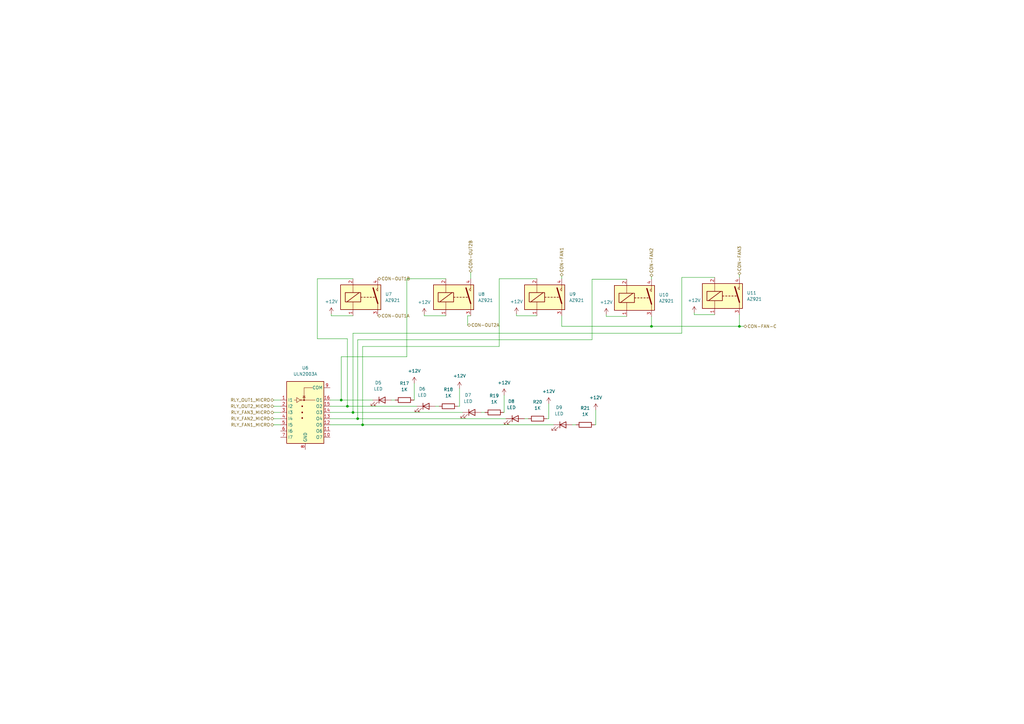
<source format=kicad_sch>
(kicad_sch (version 20230121) (generator eeschema)
  (paper "A3")
  (lib_symbols
    (symbol "Device:LED" (pin_numbers hide) (pin_names (offset 1.016) hide)
      (property "Reference" "D" (at 0 2.54 0))
      (property "Value" "LED" (at 0 -2.54 0))
      (symbol "LED_0_1"
        (polyline (pts (xy -1.27 -1.27) (xy -1.27 1.27)) (stroke (width 0.254)))
        (polyline (pts (xy -1.27 0) (xy 1.27 0)))
        (polyline (pts (xy 1.27 -1.27) (xy 1.27 1.27) (xy -1.27 0) (xy 1.27 -1.27)) (stroke (width 0.254)))
        (polyline (pts (xy -3.048 -0.762) (xy -4.572 -2.286) (xy -3.81 -2.286) (xy -4.572 -2.286) (xy -4.572 -1.524)))
        (polyline (pts (xy -1.778 -0.762) (xy -3.302 -2.286) (xy -2.54 -2.286) (xy -3.302 -2.286) (xy -3.302 -1.524)))
      )
      (symbol "LED_1_1"
        (pin passive line (at -3.81 0 0) (length 2.54) (name "K") (number "1"))
        (pin passive line (at 3.81 0 180) (length 2.54) (name "A") (number "2"))
      )
    )
    (symbol "Device:R" (pin_numbers hide) (pin_names (offset 0))
      (property "Reference" "R" (at 2.032 0 90))
      (property "Value" "R" (at 0 0 90))
      (symbol "R_0_1"
        (rectangle (start -1.016 -2.54) (end 1.016 2.54) (stroke (width 0.254)))
      )
      (symbol "R_1_1"
        (pin passive line (at 0 3.81 270) (length 1.27) (name "~") (number "1"))
        (pin passive line (at 0 -3.81 90) (length 1.27) (name "~") (number "2"))
      )
    )
    (symbol "Transistor_Array:ULN2003A"
      (property "Reference" "U" (at 0 15.875 0))
      (property "Value" "ULN2003A" (at 0 13.97 0))
      (symbol "ULN2003A_0_1"
        (rectangle (start -7.62 -12.7) (end 7.62 12.7) (stroke (width 0.254)) (fill (type background)))
        (circle (center -1.778 5.08) (radius 0.254))
        (circle (center -1.27 -2.286) (radius 0.254) (fill (type outline)))
        (circle (center -1.27 0) (radius 0.254) (fill (type outline)))
        (circle (center -1.27 2.54) (radius 0.254) (fill (type outline)))
        (circle (center -0.508 5.08) (radius 0.254) (fill (type outline)))
        (polyline (pts (xy -4.572 5.08) (xy -3.556 5.08)))
        (polyline (pts (xy -1.524 5.08) (xy 4.064 5.08)))
        (polyline (pts (xy 0 6.731) (xy -1.016 6.731)))
        (polyline (pts (xy -0.508 5.08) (xy -0.508 10.16) (xy 2.921 10.16)))
        (polyline (pts (xy -3.556 6.096) (xy -3.556 4.064) (xy -2.032 5.08) (xy -3.556 6.096)))
        (polyline (pts (xy 0 5.969) (xy -1.016 5.969) (xy -0.508 6.731) (xy 0 5.969)))
      )
      (symbol "ULN2003A_1_1"
        (pin input line (at -10.16 5.08 0) (length 2.54) (name "I1") (number "1"))
        (pin open_collector line (at 10.16 -10.16 180) (length 2.54) (name "O7") (number "10"))
        (pin open_collector line (at 10.16 -7.62 180) (length 2.54) (name "O6") (number "11"))
        (pin open_collector line (at 10.16 -5.08 180) (length 2.54) (name "O5") (number "12"))
        (pin open_collector line (at 10.16 -2.54 180) (length 2.54) (name "O4") (number "13"))
        (pin open_collector line (at 10.16 0 180) (length 2.54) (name "O3") (number "14"))
        (pin open_collector line (at 10.16 2.54 180) (length 2.54) (name "O2") (number "15"))
        (pin open_collector line (at 10.16 5.08 180) (length 2.54) (name "O1") (number "16"))
        (pin input line (at -10.16 2.54 0) (length 2.54) (name "I2") (number "2"))
        (pin input line (at -10.16 0 0) (length 2.54) (name "I3") (number "3"))
        (pin input line (at -10.16 -2.54 0) (length 2.54) (name "I4") (number "4"))
        (pin input line (at -10.16 -5.08 0) (length 2.54) (name "I5") (number "5"))
        (pin input line (at -10.16 -7.62 0) (length 2.54) (name "I6") (number "6"))
        (pin input line (at -10.16 -10.16 0) (length 2.54) (name "I7") (number "7"))
        (pin power_in line (at 0 -15.24 90) (length 2.54) (name "GND") (number "8"))
        (pin passive line (at 10.16 10.16 180) (length 2.54) (name "COM") (number "9"))
      )
    )
    (symbol "nuevos simvolos:AZ921"
      (property "Reference" "U" (at -12.7 1.27 0))
      (property "Value" "AZ921" (at -12.7 -1.27 0))
      (symbol "AZ921_0_0"
        (polyline (pts (xy 6.35 5.08) (xy 6.35 2.54) (xy 5.715 3.175) (xy 6.35 3.81)))
      )
      (symbol "AZ921_0_1"
        (rectangle (start -8.89 5.08) (end 7.62 -5.08) (stroke (width 0.254)) (fill (type background)))
        (rectangle (start -6.985 1.905) (end -0.635 -1.905) (stroke (width 0.254)))
        (polyline (pts (xy -6.35 -1.905) (xy -1.27 1.905)) (stroke (width 0.254)))
        (polyline (pts (xy -3.81 -5.08) (xy -3.81 -1.905)))
        (polyline (pts (xy -3.81 5.08) (xy -3.81 1.905)))
        (polyline (pts (xy -0.635 0) (xy 0 0)) (stroke (width 0.254)))
        (polyline (pts (xy 0.635 0) (xy 1.27 0)) (stroke (width 0.254)))
        (polyline (pts (xy 1.905 0) (xy 2.54 0)) (stroke (width 0.254)))
        (polyline (pts (xy 3.175 0) (xy 3.81 0)) (stroke (width 0.254)))
        (polyline (pts (xy 4.445 0) (xy 5.08 0)) (stroke (width 0.254)))
        (polyline (pts (xy 6.35 -2.54) (xy 4.445 3.81)) (stroke (width 0.508)))
        (polyline (pts (xy 6.35 -2.54) (xy 6.35 -5.08)))
      )
      (symbol "AZ921_1_1"
        (pin passive line (at -3.81 -7.62 90) (length 2.54) (name "~") (number "1"))
        (pin passive line (at -3.81 7.62 270) (length 2.54) (name "~") (number "2"))
        (pin passive line (at 6.35 -7.62 90) (length 2.54) (name "~") (number "3"))
        (pin passive line (at 6.35 7.62 270) (length 2.54) (name "~") (number "4"))
      )
    )
    (symbol "power:+12V" (power) (pin_names (offset 0))
      (property "Value" "+12V" (at 0 3.556 0))
      (symbol "+12V_0_1"
        (polyline (pts (xy -0.762 1.27) (xy 0 2.54)))
        (polyline (pts (xy 0 0) (xy 0 2.54)))
        (polyline (pts (xy 0 2.54) (xy 0.762 1.27)))
      )
      (symbol "+12V_1_1"
        (pin power_in line (at 0 0 90) (length 0) hide (name "+12V") (number "1"))
      )
    )
  )
  (junction (at 146.685 171.704))
  (junction (at 267.208 133.858))
  (junction (at 144.78 169.164))
  (junction (at 139.954 164.084))
  (junction (at 142.494 166.624))
  (junction (at 148.717 174.244))
  (junction (at 303.276 133.858))
  (wire (pts (xy 204.724 114.3) (xy 204.724 142.113)))
  (wire (pts (xy 144.78 136.652) (xy 144.78 169.164)))
  (wire (pts (xy 188.468 159.258) (xy 188.468 166.624)))
  (wire (pts (xy 166.878 114.3) (xy 166.878 146.304)))
  (wire (pts (xy 191.77 133.35) (xy 191.77 129.54)))
  (wire (pts (xy 220.218 129.54) (xy 211.836 129.54)))
  (wire (pts (xy 284.734 128.27) (xy 284.734 129.032)))
  (wire (pts (xy 130.175 114.3) (xy 130.175 138.938)))
  (wire (pts (xy 279.654 136.652) (xy 144.78 136.652)))
  (wire (pts (xy 182.88 114.3) (xy 166.878 114.3)))
  (wire (pts (xy 257.048 114.554) (xy 242.824 114.554)))
  (wire (pts (xy 112.268 174.244) (xy 115.062 174.244)))
  (wire (pts (xy 135.382 164.084) (xy 139.954 164.084)))
  (wire (pts (xy 144.78 129.54) (xy 135.89 129.54)))
  (wire (pts (xy 112.268 171.704) (xy 115.062 171.704)))
  (wire (pts (xy 267.208 129.794) (xy 267.208 133.858)))
  (wire (pts (xy 135.382 171.704) (xy 146.685 171.704)))
  (wire (pts (xy 244.348 168.148) (xy 244.348 174.244)))
  (wire (pts (xy 248.666 129.794) (xy 248.666 129.032)))
  (wire (pts (xy 225.044 165.608) (xy 225.044 171.704)))
  (wire (pts (xy 197.358 169.164) (xy 198.882 169.164)))
  (wire (pts (xy 146.685 171.704) (xy 207.518 171.704)))
  (wire (pts (xy 257.048 129.794) (xy 248.666 129.794)))
  (wire (pts (xy 225.044 171.704) (xy 224.282 171.704)))
  (wire (pts (xy 144.78 169.164) (xy 189.738 169.164)))
  (wire (pts (xy 135.382 174.244) (xy 148.717 174.244)))
  (wire (pts (xy 142.494 138.938) (xy 142.494 166.624)))
  (wire (pts (xy 303.276 112.776) (xy 303.276 113.792)))
  (wire (pts (xy 173.99 129.54) (xy 173.99 129.032)))
  (wire (pts (xy 135.89 129.54) (xy 135.89 128.778)))
  (wire (pts (xy 244.348 174.244) (xy 243.84 174.244)))
  (wire (pts (xy 146.685 139.319) (xy 146.685 171.704)))
  (wire (pts (xy 178.562 166.624) (xy 180.086 166.624)))
  (wire (pts (xy 211.836 129.54) (xy 211.836 128.778)))
  (wire (pts (xy 135.382 169.164) (xy 144.78 169.164)))
  (wire (pts (xy 188.468 166.624) (xy 187.706 166.624)))
  (wire (pts (xy 284.734 129.032) (xy 293.116 129.032)))
  (wire (pts (xy 160.528 164.084) (xy 162.052 164.084)))
  (wire (pts (xy 148.717 174.244) (xy 227.076 174.244)))
  (wire (pts (xy 139.954 164.084) (xy 152.908 164.084)))
  (wire (pts (xy 130.175 138.938) (xy 142.494 138.938)))
  (wire (pts (xy 112.268 164.084) (xy 115.062 164.084)))
  (wire (pts (xy 182.88 129.54) (xy 173.99 129.54)))
  (wire (pts (xy 206.756 162.052) (xy 206.756 169.164)))
  (wire (pts (xy 142.494 166.624) (xy 170.942 166.624)))
  (wire (pts (xy 112.268 169.164) (xy 115.062 169.164)))
  (wire (pts (xy 144.78 114.3) (xy 130.175 114.3)))
  (wire (pts (xy 139.954 146.304) (xy 139.954 164.084)))
  (wire (pts (xy 303.276 133.858) (xy 303.276 129.032)))
  (wire (pts (xy 206.756 169.164) (xy 206.502 169.164)))
  (wire (pts (xy 242.824 139.319) (xy 146.685 139.319)))
  (wire (pts (xy 204.724 142.113) (xy 148.717 142.113)))
  (wire (pts (xy 230.378 113.284) (xy 230.378 114.3)))
  (wire (pts (xy 166.878 146.304) (xy 139.954 146.304)))
  (wire (pts (xy 135.382 166.624) (xy 142.494 166.624)))
  (wire (pts (xy 267.208 113.538) (xy 267.208 114.554)))
  (wire (pts (xy 169.926 157.226) (xy 169.926 164.084)))
  (wire (pts (xy 112.268 166.624) (xy 115.062 166.624)))
  (wire (pts (xy 303.276 133.858) (xy 305.054 133.858)))
  (wire (pts (xy 242.824 114.554) (xy 242.824 139.319)))
  (wire (pts (xy 191.77 129.54) (xy 193.04 129.54)))
  (wire (pts (xy 279.654 113.792) (xy 279.654 136.652)))
  (wire (pts (xy 193.04 111.76) (xy 193.04 114.3)))
  (wire (pts (xy 293.116 113.792) (xy 279.654 113.792)))
  (wire (pts (xy 148.717 142.113) (xy 148.717 174.244)))
  (wire (pts (xy 215.138 171.704) (xy 216.662 171.704)))
  (wire (pts (xy 230.378 133.858) (xy 267.208 133.858)))
  (wire (pts (xy 230.378 129.54) (xy 230.378 133.858)))
  (wire (pts (xy 267.208 133.858) (xy 303.276 133.858)))
  (wire (pts (xy 204.724 114.3) (xy 220.218 114.3)))
  (wire (pts (xy 234.696 174.244) (xy 236.22 174.244)))
  (wire (pts (xy 169.926 164.084) (xy 169.672 164.084)))
  (hierarchical_label "RLY_OUT1_MICRO" (shape bidirectional) (at 112.268 164.084 180))
  (hierarchical_label "CON-FAN1" (shape bidirectional) (at 230.378 113.284 90))
  (hierarchical_label "CON-OUT2B" (shape bidirectional) (at 193.04 111.76 90))
  (hierarchical_label "RLY_FAN2_MICRO" (shape bidirectional) (at 112.268 171.704 180))
  (hierarchical_label "RLY_OUT2_MICRO" (shape bidirectional) (at 112.268 166.624 180))
  (hierarchical_label "RLY_FAN1_MICRO" (shape bidirectional) (at 112.268 174.244 180))
  (hierarchical_label "CON-OUT2A" (shape bidirectional) (at 191.77 133.35 0))
  (hierarchical_label "CON-OUT1A" (shape bidirectional) (at 154.94 129.54 0))
  (hierarchical_label "CON-FAN2" (shape bidirectional) (at 267.208 113.538 90))
  (hierarchical_label "RLY_FAN3_MICRO" (shape bidirectional) (at 112.268 169.164 180))
  (hierarchical_label "CON-FAN-C" (shape bidirectional) (at 305.054 133.858 0))
  (hierarchical_label "CON-OUT1B" (shape bidirectional) (at 154.94 114.3 0))
  (hierarchical_label "CON-FAN3" (shape bidirectional) (at 303.276 112.776 90))
  (symbol (lib_id "power:+12V") (at 173.99 129.032 0) (unit 1)
    (property "Reference" "#PWR0121" (effects hide))
    (property "Value" "+12V" (at 173.99 123.952 0))
  )
  (symbol (lib_id "nuevos simvolos:AZ921") (at 296.926 121.412 0) (unit 1)
    (property "Reference" "U11" (at 306.324 120.1419 0) (effects (justify left)))
    (property "Value" "AZ921" (at 306.324 122.6819 0) (effects (justify left)))
    (property "Footprint" "nuevo simbolo:AZ921" (effects hide))
  )
  (symbol (lib_id "Device:R") (at 220.472 171.704 90) (unit 1)
    (property "Reference" "R20" (at 220.472 164.846 90))
    (property "Value" "1K" (at 220.472 167.386 90))
    (property "Footprint" "Resistor_SMD:R_0805_2012Metric" (effects hide))
  )
  (symbol (lib_id "power:+12V") (at 211.836 128.778 0) (unit 1)
    (property "Reference" "#PWR0128" (effects hide))
    (property "Value" "+12V" (at 211.836 123.698 0))
  )
  (symbol (lib_id "Device:LED") (at 211.328 171.704 0) (unit 1)
    (property "Reference" "D8" (at 209.7405 164.592 0))
    (property "Value" "LED" (at 209.7405 167.132 0))
    (property "Footprint" "LED_SMD:LED_0805_2012Metric" (effects hide))
  )
  (symbol (lib_id "Device:LED") (at 174.752 166.624 0) (unit 1)
    (property "Reference" "D6" (at 173.1645 159.512 0))
    (property "Value" "LED" (at 173.1645 162.052 0))
    (property "Footprint" "LED_SMD:LED_0805_2012Metric" (effects hide))
  )
  (symbol (lib_id "Device:R") (at 165.862 164.084 90) (unit 1)
    (property "Reference" "R17" (at 165.862 157.226 90))
    (property "Value" "1K" (at 165.862 159.766 90))
    (property "Footprint" "Resistor_SMD:R_0805_2012Metric" (effects hide))
  )
  (symbol (lib_id "power:+12V") (at 169.926 157.226 0) (unit 1)
    (property "Reference" "#PWR0123" (effects hide))
    (property "Value" "+12V" (at 169.926 152.146 0))
  )
  (symbol (lib_id "power:+12V") (at 135.89 128.778 0) (unit 1)
    (property "Reference" "#PWR0126" (effects hide))
    (property "Value" "+12V" (at 135.89 123.698 0))
  )
  (symbol (lib_id "power:+12V") (at 188.468 159.258 0) (unit 1)
    (property "Reference" "#PWR0122" (effects hide))
    (property "Value" "+12V" (at 188.468 154.178 0))
  )
  (symbol (lib_id "nuevos simvolos:AZ921") (at 186.69 121.92 0) (unit 1)
    (property "Reference" "U8" (at 196.088 120.6499 0) (effects (justify left)))
    (property "Value" "AZ921" (at 196.088 123.1899 0) (effects (justify left)))
    (property "Footprint" "nuevo simbolo:AZ921" (effects hide))
  )
  (symbol (lib_id "Device:LED") (at 156.718 164.084 0) (unit 1)
    (property "Reference" "D5" (at 155.1305 156.972 0))
    (property "Value" "LED" (at 155.1305 159.512 0))
    (property "Footprint" "LED_SMD:LED_0805_2012Metric" (effects hide))
  )
  (symbol (lib_id "Device:R") (at 240.03 174.244 90) (unit 1)
    (property "Reference" "R21" (at 240.03 167.386 90))
    (property "Value" "1K" (at 240.03 169.926 90))
    (property "Footprint" "Resistor_SMD:R_0805_2012Metric" (effects hide))
  )
  (symbol (lib_id "Transistor_Array:ULN2003A") (at 125.222 169.164 0) (unit 1)
    (property "Reference" "U6" (at 125.222 150.876 0))
    (property "Value" "ULN2003A" (at 125.222 153.416 0))
    (property "Footprint" "Package_SO:SOIC-16_3.9x9.9mm_P1.27mm" (effects hide))
    (property "Datasheet" "http://www.ti.com/lit/ds/symlink/uln2003a.pdf" (effects hide))
  )
  (symbol (lib_id "power:+12V") (at 284.734 128.27 0) (unit 1)
    (property "Reference" "#PWR0124" (effects hide))
    (property "Value" "+12V" (at 284.734 123.19 0))
  )
  (symbol (lib_id "power:+12V") (at 244.348 168.148 0) (unit 1)
    (property "Reference" "#PWR0129" (effects hide))
    (property "Value" "+12V" (at 244.348 163.068 0))
  )
  (symbol (lib_id "Device:LED") (at 230.886 174.244 0) (unit 1)
    (property "Reference" "D9" (at 229.2985 167.132 0))
    (property "Value" "LED" (at 229.2985 169.672 0))
    (property "Footprint" "LED_SMD:LED_0805_2012Metric" (effects hide))
  )
  (symbol (lib_id "nuevos simvolos:AZ921") (at 224.028 121.92 0) (unit 1)
    (property "Reference" "U9" (at 233.426 120.6499 0) (effects (justify left)))
    (property "Value" "AZ921" (at 233.426 123.1899 0) (effects (justify left)))
    (property "Footprint" "nuevo simbolo:AZ921" (effects hide))
  )
  (symbol (lib_id "nuevos simvolos:AZ921") (at 260.858 122.174 0) (unit 1)
    (property "Reference" "U10" (at 270.256 120.9039 0) (effects (justify left)))
    (property "Value" "AZ921" (at 270.256 123.4439 0) (effects (justify left)))
    (property "Footprint" "nuevo simbolo:AZ921" (effects hide))
  )
  (symbol (lib_id "Device:LED") (at 193.548 169.164 0) (unit 1)
    (property "Reference" "D7" (at 191.9605 162.052 0))
    (property "Value" "LED" (at 191.9605 164.592 0))
    (property "Footprint" "LED_SMD:LED_0805_2012Metric" (effects hide))
  )
  (symbol (lib_id "Device:R") (at 202.692 169.164 90) (unit 1)
    (property "Reference" "R19" (at 202.692 162.306 90))
    (property "Value" "1K" (at 202.692 164.846 90))
    (property "Footprint" "Resistor_SMD:R_0805_2012Metric" (effects hide))
  )
  (symbol (lib_id "Device:R") (at 183.896 166.624 90) (unit 1)
    (property "Reference" "R18" (at 183.896 159.766 90))
    (property "Value" "1K" (at 183.896 162.306 90))
    (property "Footprint" "Resistor_SMD:R_0805_2012Metric" (effects hide))
  )
  (symbol (lib_id "power:+12V") (at 225.044 165.608 0) (unit 1)
    (property "Reference" "#PWR0130" (effects hide))
    (property "Value" "+12V" (at 225.044 160.528 0))
  )
  (symbol (lib_id "nuevos simvolos:AZ921") (at 148.59 121.92 0) (unit 1)
    (property "Reference" "U7" (at 157.988 120.6499 0) (effects (justify left)))
    (property "Value" "AZ921" (at 157.988 123.1899 0) (effects (justify left)))
    (property "Footprint" "nuevo simbolo:AZ921" (effects hide))
  )
  (symbol (lib_id "power:+12V") (at 248.666 129.032 0) (unit 1)
    (property "Reference" "#PWR0125" (effects hide))
    (property "Value" "+12V" (at 248.666 123.952 0))
  )
  (symbol (lib_id "power:+12V") (at 206.756 162.052 0) (unit 1)
    (property "Reference" "#PWR0127" (effects hide))
    (property "Value" "+12V" (at 206.756 156.972 0))
  )
)
</source>
